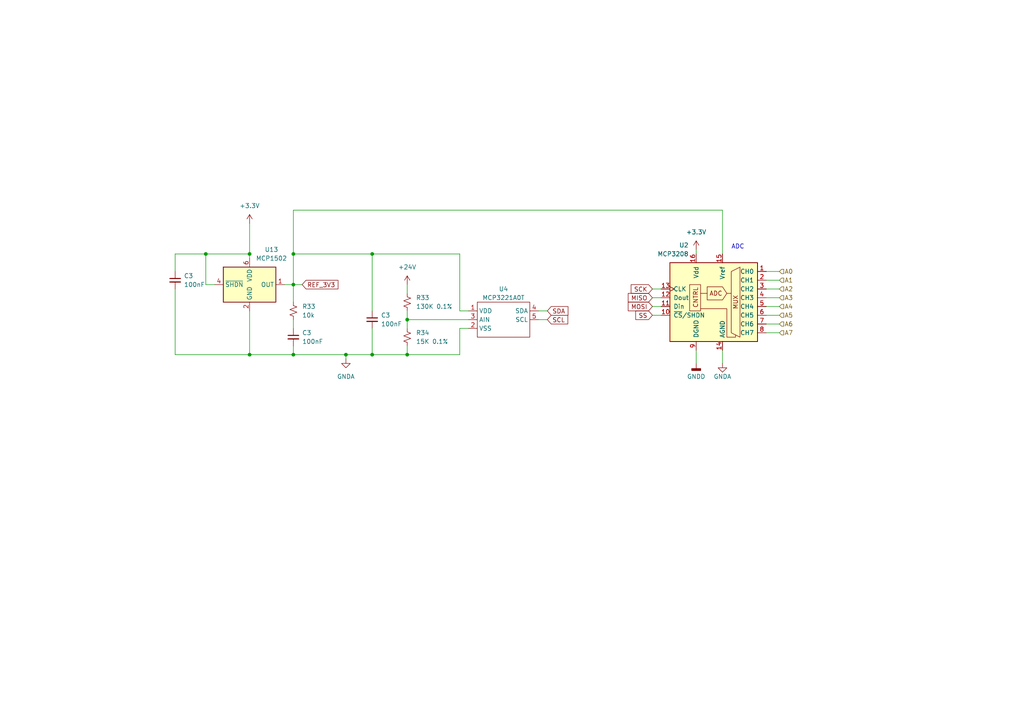
<source format=kicad_sch>
(kicad_sch (version 20230121) (generator eeschema)
  (paper "A4")
  (lib_symbols
    (symbol "Analog_ADC:MCP3208" (pin_names (offset 1.016))
      (property "Reference" "U" (at -5.08 13.335 0))
      (property "Value" "MCP3208" (at -5.08 11.43 0))
      (symbol "MCP3208_0_0"
        (text "ADC" (at -0.635 1.27 0) (effects (font (size 1.27 1.27))))
        (text "CNTRL" (at 5.969 -2.921 900) (effects (font (size 1.27 1.27)) (justify left bottom)))
        (text "MUX" (at -6.35 -1.27 900) (effects (font (size 1.27 1.27))))
      )
      (symbol "MCP3208_0_1"
        (polyline (pts (xy -3.81 1.27) (xy -5.08 1.27)))
        (polyline (pts (xy 1.905 1.27) (xy 3.81 1.27)))
        (polyline (pts (xy -7.62 8.89) (xy -7.62 -11.43) (xy -5.08 -10.16) (xy -5.08 7.62) (xy -7.62 8.89)))
        (polyline (pts (xy 3.81 -3.175) (xy -3.81 -3.175) (xy -3.81 -11.43) (xy -6.35 -11.43) (xy -6.35 -10.795)))
        (polyline (pts (xy 1.905 3.175) (xy 1.905 -0.635) (xy -2.54 -0.635) (xy -3.81 1.27) (xy -2.54 3.175) (xy 1.905 3.175)))
        (rectangle (start 3.81 -3.81) (end 6.985 3.81))
        (rectangle (start 12.7 -12.7) (end -12.7 10.16) (stroke (width 0.254)) (fill (type background)))
      )
      (symbol "MCP3208_1_1"
        (pin input line (at -15.24 7.62 0) (length 2.54) (name "CH0") (number "1"))
        (pin input line (at 15.24 -5.08 180) (length 2.54) (name "~{CS}/SHDN") (number "10"))
        (pin input line (at 15.24 -2.54 180) (length 2.54) (name "Din") (number "11"))
        (pin output line (at 15.24 0 180) (length 2.54) (name "Dout") (number "12"))
        (pin input clock (at 15.24 2.54 180) (length 2.54) (name "CLK") (number "13"))
        (pin power_in line (at -2.54 -15.24 90) (length 2.54) (name "AGND") (number "14"))
        (pin power_in line (at -2.54 12.7 270) (length 2.54) (name "Vref") (number "15"))
        (pin power_in line (at 5.08 12.7 270) (length 2.54) (name "Vdd") (number "16"))
        (pin input line (at -15.24 5.08 0) (length 2.54) (name "CH1") (number "2"))
        (pin input line (at -15.24 2.54 0) (length 2.54) (name "CH2") (number "3"))
        (pin input line (at -15.24 0 0) (length 2.54) (name "CH3") (number "4"))
        (pin input line (at -15.24 -2.54 0) (length 2.54) (name "CH4") (number "5"))
        (pin input line (at -15.24 -5.08 0) (length 2.54) (name "CH5") (number "6"))
        (pin input line (at -15.24 -7.62 0) (length 2.54) (name "CH6") (number "7"))
        (pin input line (at -15.24 -10.16 0) (length 2.54) (name "CH7") (number "8"))
        (pin power_in line (at 5.08 -15.24 90) (length 2.54) (name "DGND") (number "9"))
      )
    )
    (symbol "Device:C_Small" (pin_numbers hide) (pin_names (offset 0.254) hide)
      (property "Reference" "C" (at 0.254 1.778 0))
      (property "Value" "C_Small" (at 0.254 -2.032 0))
      (symbol "C_Small_0_1"
        (polyline (pts (xy -1.524 -0.508) (xy 1.524 -0.508)) (stroke (width 0.3302)))
        (polyline (pts (xy -1.524 0.508) (xy 1.524 0.508)) (stroke (width 0.3048)))
      )
      (symbol "C_Small_1_1"
        (pin passive line (at 0 2.54 270) (length 2.032) (name "~") (number "1"))
        (pin passive line (at 0 -2.54 90) (length 2.032) (name "~") (number "2"))
      )
    )
    (symbol "Device:R_Small_US" (pin_numbers hide) (pin_names (offset 0.254) hide)
      (property "Reference" "R" (at 0.762 0.508 0))
      (property "Value" "R_Small_US" (at 0.762 -1.016 0))
      (symbol "R_Small_US_1_1"
        (polyline (pts (xy 0 0) (xy 1.016 -0.381) (xy 0 -0.762) (xy -1.016 -1.143) (xy 0 -1.524)))
        (polyline (pts (xy 0 1.524) (xy 1.016 1.143) (xy 0 0.762) (xy -1.016 0.381) (xy 0 0)))
        (pin passive line (at 0 2.54 270) (length 1.016) (name "~") (number "1"))
        (pin passive line (at 0 -2.54 90) (length 1.016) (name "~") (number "2"))
      )
    )
    (symbol "Reference_Voltage:MCP1501-30xCH"
      (property "Reference" "U" (at -6.35 6.35 0))
      (property "Value" "MCP1501-30xCH" (at 10.16 6.35 0))
      (symbol "MCP1501-30xCH_0_0"
        (pin power_out line (at 10.16 0 180) (length 2.54) (name "OUT") (number "1"))
        (pin power_in line (at 0 -7.62 90) (length 2.54) (name "GND") (number "2"))
        (pin passive line (at 0 -7.62 90) (length 2.54) hide (name "GND") (number "3"))
        (pin input line (at -10.16 0 0) (length 2.54) (name "~{SHDN}") (number "4"))
        (pin passive line (at 0 -7.62 90) (length 2.54) hide (name "GND") (number "5"))
        (pin power_in line (at 0 7.62 270) (length 2.54) (name "VDD") (number "6"))
      )
      (symbol "MCP1501-30xCH_0_1"
        (rectangle (start -7.62 5.08) (end 7.62 -5.08) (stroke (width 0.254)) (fill (type background)))
      )
    )
    (symbol "gnarboard:MCP3X21"
      (property "Reference" "U" (at 0 0 0))
      (symbol "MCP3X21_0_1"
        (rectangle (start -7.62 -1.27) (end 7.62 -11.43))
      )
      (symbol "MCP3X21_1_1"
        (pin input line (at -10.16 -3.81 0) (length 2.54) (name "VDD") (number "1"))
        (pin input line (at -10.16 -8.89 0) (length 2.54) (name "VSS") (number "2"))
        (pin input line (at -10.16 -6.35 0) (length 2.54) (name "AIN") (number "3"))
        (pin input line (at 10.16 -3.81 180) (length 2.54) (name "SDA") (number "4"))
        (pin input line (at 10.16 -6.35 180) (length 2.54) (name "SCL") (number "5"))
      )
    )
    (symbol "power:+24V" (power) (pin_names (offset 0))
      (property "Value" "+24V" (at 0 3.556 0))
      (symbol "+24V_0_1"
        (polyline (pts (xy -0.762 1.27) (xy 0 2.54)))
        (polyline (pts (xy 0 0) (xy 0 2.54)))
        (polyline (pts (xy 0 2.54) (xy 0.762 1.27)))
      )
      (symbol "+24V_1_1"
        (pin power_in line (at 0 0 90) (length 0) hide (name "+24V") (number "1"))
      )
    )
    (symbol "power:+3.3V" (power) (pin_names (offset 0))
      (property "Value" "+3.3V" (at 0 3.556 0))
      (symbol "+3.3V_0_1"
        (polyline (pts (xy -0.762 1.27) (xy 0 2.54)))
        (polyline (pts (xy 0 0) (xy 0 2.54)))
        (polyline (pts (xy 0 2.54) (xy 0.762 1.27)))
      )
      (symbol "+3.3V_1_1"
        (pin power_in line (at 0 0 90) (length 0) hide (name "+3.3V") (number "1"))
      )
    )
    (symbol "power:GNDA" (power) (pin_names (offset 0))
      (property "Value" "GNDA" (at 0 -3.81 0))
      (symbol "GNDA_0_1"
        (polyline (pts (xy 0 0) (xy 0 -1.27) (xy 1.27 -1.27) (xy 0 -2.54) (xy -1.27 -1.27) (xy 0 -1.27)))
      )
      (symbol "GNDA_1_1"
        (pin power_in line (at 0 0 270) (length 0) hide (name "GNDA") (number "1"))
      )
    )
    (symbol "power:GNDD" (power) (pin_names (offset 0))
      (property "Value" "GNDD" (at 0 -3.175 0))
      (symbol "GNDD_0_1"
        (rectangle (start -1.27 -1.524) (end 1.27 -2.032) (stroke (width 0.254)) (fill (type outline)))
        (polyline (pts (xy 0 0) (xy 0 -1.524)))
      )
      (symbol "GNDD_1_1"
        (pin power_in line (at 0 0 270) (length 0) hide (name "GNDD") (number "1"))
      )
    )
  )
  (junction (at 85.09 82.55))
  (junction (at 100.33 102.87))
  (junction (at 118.11 92.71))
  (junction (at 107.95 73.66))
  (junction (at 118.11 102.87))
  (junction (at 85.09 73.66))
  (junction (at 107.95 102.87))
  (junction (at 72.39 102.87))
  (junction (at 72.39 73.66))
  (junction (at 85.09 102.87))
  (junction (at 59.69 73.66))
  (wire (pts (xy 118.11 82.55) (xy 118.11 85.09)))
  (wire (pts (xy 118.11 102.87) (xy 133.35 102.87)))
  (wire (pts (xy 50.8 73.66) (xy 50.8 78.74)))
  (wire (pts (xy 189.23 83.82) (xy 191.77 83.82)))
  (wire (pts (xy 222.25 88.9) (xy 226.06 88.9)))
  (wire (pts (xy 59.69 73.66) (xy 59.69 82.55)))
  (wire (pts (xy 133.35 73.66) (xy 133.35 90.17)))
  (wire (pts (xy 85.09 102.87) (xy 100.33 102.87)))
  (wire (pts (xy 118.11 92.71) (xy 135.89 92.71)))
  (wire (pts (xy 118.11 92.71) (xy 118.11 95.25)))
  (wire (pts (xy 85.09 92.71) (xy 85.09 95.25)))
  (wire (pts (xy 189.23 86.36) (xy 191.77 86.36)))
  (wire (pts (xy 189.23 88.9) (xy 191.77 88.9)))
  (wire (pts (xy 50.8 83.82) (xy 50.8 102.87)))
  (wire (pts (xy 72.39 90.17) (xy 72.39 102.87)))
  (wire (pts (xy 85.09 60.96) (xy 85.09 73.66)))
  (wire (pts (xy 50.8 102.87) (xy 72.39 102.87)))
  (wire (pts (xy 222.25 86.36) (xy 226.06 86.36)))
  (wire (pts (xy 72.39 73.66) (xy 59.69 73.66)))
  (wire (pts (xy 156.21 92.71) (xy 158.75 92.71)))
  (wire (pts (xy 72.39 102.87) (xy 85.09 102.87)))
  (wire (pts (xy 72.39 73.66) (xy 72.39 74.93)))
  (wire (pts (xy 133.35 95.25) (xy 133.35 102.87)))
  (wire (pts (xy 201.93 101.6) (xy 201.93 105.41)))
  (wire (pts (xy 118.11 90.17) (xy 118.11 92.71)))
  (wire (pts (xy 133.35 90.17) (xy 135.89 90.17)))
  (wire (pts (xy 222.25 91.44) (xy 226.06 91.44)))
  (wire (pts (xy 107.95 73.66) (xy 133.35 73.66)))
  (wire (pts (xy 222.25 93.98) (xy 226.06 93.98)))
  (wire (pts (xy 222.25 81.28) (xy 226.06 81.28)))
  (wire (pts (xy 85.09 82.55) (xy 87.63 82.55)))
  (wire (pts (xy 209.55 60.96) (xy 209.55 73.66)))
  (wire (pts (xy 82.55 82.55) (xy 85.09 82.55)))
  (wire (pts (xy 85.09 73.66) (xy 107.95 73.66)))
  (wire (pts (xy 133.35 95.25) (xy 135.89 95.25)))
  (wire (pts (xy 107.95 102.87) (xy 118.11 102.87)))
  (wire (pts (xy 72.39 64.77) (xy 72.39 73.66)))
  (wire (pts (xy 85.09 82.55) (xy 85.09 73.66)))
  (wire (pts (xy 100.33 102.87) (xy 100.33 104.14)))
  (wire (pts (xy 107.95 95.25) (xy 107.95 102.87)))
  (wire (pts (xy 222.25 78.74) (xy 226.06 78.74)))
  (wire (pts (xy 118.11 100.33) (xy 118.11 102.87)))
  (wire (pts (xy 100.33 102.87) (xy 107.95 102.87)))
  (wire (pts (xy 189.23 91.44) (xy 191.77 91.44)))
  (wire (pts (xy 201.93 72.39) (xy 201.93 73.66)))
  (wire (pts (xy 156.21 90.17) (xy 158.75 90.17)))
  (wire (pts (xy 85.09 100.33) (xy 85.09 102.87)))
  (wire (pts (xy 59.69 73.66) (xy 50.8 73.66)))
  (wire (pts (xy 107.95 73.66) (xy 107.95 90.17)))
  (wire (pts (xy 85.09 82.55) (xy 85.09 87.63)))
  (wire (pts (xy 62.23 82.55) (xy 59.69 82.55)))
  (wire (pts (xy 209.55 101.6) (xy 209.55 105.41)))
  (wire (pts (xy 222.25 83.82) (xy 226.06 83.82)))
  (wire (pts (xy 222.25 96.52) (xy 226.06 96.52)))
  (wire (pts (xy 209.55 60.96) (xy 85.09 60.96)))
  (text "ADC" (at 212.09 72.39 0) (effects (font (size 1.27 1.27)) (justify left bottom)))
  (global_label "REF_3V3" (shape input) (at 87.63 82.55 0) (property "Intersheetrefs" "${INTERSHEET_REFS}" (effects hide)))
  (global_label "SDA" (shape input) (at 158.75 90.17 0) (property "Intersheetrefs" "${INTERSHEET_REFS}" (effects hide)))
  (global_label "SCK" (shape input) (at 189.23 83.82 180) (property "Intersheetrefs" "${INTERSHEET_REFS}" (effects hide)))
  (global_label "MISO" (shape input) (at 189.23 86.36 180) (property "Intersheetrefs" "${INTERSHEET_REFS}" (effects hide)))
  (global_label "MOSI" (shape input) (at 189.23 88.9 180) (property "Intersheetrefs" "${INTERSHEET_REFS}" (effects hide)))
  (global_label "SS" (shape input) (at 189.23 91.44 180) (property "Intersheetrefs" "${INTERSHEET_REFS}" (effects hide)))
  (global_label "SCL" (shape input) (at 158.75 92.71 0) (property "Intersheetrefs" "${INTERSHEET_REFS}" (effects hide)))
  (hierarchical_label "A6" (shape input) (at 226.06 93.98 0))
  (hierarchical_label "A5" (shape input) (at 226.06 91.44 0))
  (hierarchical_label "A2" (shape input) (at 226.06 83.82 0))
  (hierarchical_label "A3" (shape input) (at 226.06 86.36 0))
  (hierarchical_label "A7" (shape input) (at 226.06 96.52 0))
  (hierarchical_label "A0" (shape input) (at 226.06 78.74 0))
  (hierarchical_label "A4" (shape input) (at 226.06 88.9 0))
  (hierarchical_label "A1" (shape input) (at 226.06 81.28 0))
  (symbol (lib_id "Analog_ADC:MCP3208") (at 207.01 86.36 0) (mirror y) (unit 1)
    (property "Reference" "U2" (at 199.7359 71.12 0) (effects (justify left)))
    (property "Value" "MCP3208" (at 199.7359 73.66 0) (effects (justify left)))
    (property "Footprint" "Package_SO:SOIC-16_3.9x9.9mm_P1.27mm" (effects hide))
    (property "Datasheet" "http://ww1.microchip.com/downloads/en/DeviceDoc/21298c.pdf" (effects hide))
    (property "Vendor" "MCP3208T-BI/SL" (effects hide))
  )
  (symbol (lib_id "power:GNDA") (at 209.55 105.41 0) (unit 1)
    (property "Reference" "#PWR07" (effects hide))
    (property "Value" "GNDA" (at 209.55 109.22 0))
  )
  (symbol (lib_id "power:GNDA") (at 100.33 104.14 0) (unit 1)
    (property "Reference" "#PWR055" (effects hide))
    (property "Value" "GNDA" (at 100.33 109.22 0))
    (instances (project "8ch-mosfet" (path "" (reference "#PWR055") (unit 1)) (path "" (reference "#PWR070") (unit 1))))
  )
  (symbol (lib_id "power:+3.3V") (at 72.39 64.77 0) (unit 1)
    (property "Reference" "#PWR02" (effects hide))
    (property "Value" "+3.3V" (at 72.39 59.69 0))
    (instances (project "8ch-mosfet" (path "" (reference "#PWR02") (unit 1)) (path "" (reference "#PWR069") (unit 1))))
  )
  (symbol (lib_id "Device:R_Small_US") (at 118.11 87.63 180) (unit 1)
    (property "Reference" "R33" (at 120.65 86.36 0) (effects (justify right)))
    (property "Value" "130K 0.1%" (at 120.65 88.9 0) (effects (justify right)))
    (property "Footprint" "Resistor_SMD:R_0805_2012Metric_Pad1.20x1.40mm_HandSolder" (effects hide))
    (instances (project "8ch-mosfet" (path "" (reference "R33") (unit 1)) (path "" (reference "R4") (unit 1)) (path "" (reference "R8") (unit 1)) (path "" (reference "R12") (unit 1)) (path "" (reference "R16") (unit 1)) (path "" (reference "R20") (unit 1)) (path "" (reference "R24") (unit 1)) (path "" (reference "R28") (unit 1)) (path "" (reference "R32") (unit 1)) (path "" (reference "R33") (unit 1))))
  )
  (symbol (lib_id "Device:R_Small_US") (at 85.09 90.17 180) (unit 1)
    (property "Reference" "R33" (at 87.63 88.9 0) (effects (justify right)))
    (property "Value" "10k" (at 87.63 91.44 0) (effects (justify right)))
    (property "Footprint" "Resistor_SMD:R_0805_2012Metric_Pad1.20x1.40mm_HandSolder" (effects hide))
    (property "Vendor" "652-CR0805JW-104ELF" (effects hide))
    (instances (project "8ch-mosfet" (path "" (reference "R33") (unit 1)) (path "" (reference "R4") (unit 1)) (path "" (reference "R8") (unit 1)) (path "" (reference "R12") (unit 1)) (path "" (reference "R16") (unit 1)) (path "" (reference "R20") (unit 1)) (path "" (reference "R24") (unit 1)) (path "" (reference "R28") (unit 1)) (path "" (reference "R32") (unit 1)) (path "" (reference "R41") (unit 1))))
  )
  (symbol (lib_id "power:+3.3V") (at 201.93 72.39 0) (unit 1)
    (property "Reference" "#PWR02" (effects hide))
    (property "Value" "+3.3V" (at 201.93 67.31 0))
    (instances (project "8ch-mosfet" (path "" (reference "#PWR02") (unit 1)) (path "" (reference "#PWR057") (unit 1))))
  )
  (symbol (lib_id "power:GNDD") (at 201.93 105.41 0) (unit 1)
    (property "Reference" "#PWR06" (effects hide))
    (property "Value" "GNDD" (at 201.93 109.22 0))
  )
  (symbol (lib_id "Reference_Voltage:MCP1501-30xCH") (at 72.39 82.55 0) (unit 1)
    (property "Reference" "U13" (at 78.74 72.39 0))
    (property "Value" "MCP1502" (at 78.74 74.93 0))
    (property "Footprint" "Package_TO_SOT_SMD:SOT-23-6" (effects hide))
    (property "Datasheet" "http://ww1.microchip.com/downloads/en/DeviceDoc/20005474E.pdf" (effects hide))
  )
  (symbol (lib_id "power:+24V") (at 118.11 82.55 0) (unit 1)
    (property "Reference" "#PWR010" (effects hide))
    (property "Value" "+24V" (at 118.11 77.47 0))
  )
  (symbol (lib_id "Device:C_Small") (at 85.09 97.79 0) (unit 1)
    (property "Reference" "C3" (at 87.63 96.5263 0) (effects (justify left)))
    (property "Value" "100nF" (at 87.63 99.0663 0) (effects (justify left)))
    (property "Footprint" "Capacitor_SMD:C_0805_2012Metric_Pad1.18x1.45mm_HandSolder" (effects hide))
    (property "Vendor" "C0805C102J1HACTU" (effects hide))
    (instances (project "8ch-mosfet" (path "" (reference "C3") (unit 1)) (path "" (reference "C3") (unit 1)) (path "" (reference "C6") (unit 1)) (path "" (reference "C9") (unit 1)) (path "" (reference "C12") (unit 1)) (path "" (reference "C15") (unit 1)) (path "" (reference "C18") (unit 1)) (path "" (reference "C21") (unit 1)) (path "" (reference "C24") (unit 1)) (path "" (reference "C30") (unit 1))))
  )
  (symbol (lib_id "Device:C_Small") (at 107.95 92.71 0) (unit 1)
    (property "Reference" "C3" (at 110.49 91.4463 0) (effects (justify left)))
    (property "Value" "100nF" (at 110.49 93.9863 0) (effects (justify left)))
    (property "Footprint" "Capacitor_SMD:C_0805_2012Metric_Pad1.18x1.45mm_HandSolder" (effects hide))
    (property "Vendor" "C0805C102J1HACTU" (effects hide))
    (instances (project "8ch-mosfet" (path "" (reference "C3") (unit 1)) (path "" (reference "C3") (unit 1)) (path "" (reference "C6") (unit 1)) (path "" (reference "C9") (unit 1)) (path "" (reference "C12") (unit 1)) (path "" (reference "C15") (unit 1)) (path "" (reference "C18") (unit 1)) (path "" (reference "C21") (unit 1)) (path "" (reference "C24") (unit 1)) (path "" (reference "C28") (unit 1))))
  )
  (symbol (lib_id "Device:R_Small_US") (at 118.11 97.79 180) (unit 1)
    (property "Reference" "R34" (at 120.65 96.52 0) (effects (justify right)))
    (property "Value" "15K 0.1%" (at 120.65 99.06 0) (effects (justify right)))
    (property "Footprint" "Resistor_SMD:R_0805_2012Metric_Pad1.20x1.40mm_HandSolder" (effects hide))
    (instances (project "8ch-mosfet" (path "" (reference "R34") (unit 1)) (path "" (reference "R4") (unit 1)) (path "" (reference "R8") (unit 1)) (path "" (reference "R12") (unit 1)) (path "" (reference "R16") (unit 1)) (path "" (reference "R20") (unit 1)) (path "" (reference "R24") (unit 1)) (path "" (reference "R28") (unit 1)) (path "" (reference "R32") (unit 1)) (path "" (reference "R34") (unit 1))))
  )
  (symbol (lib_id "gnarboard:MCP3X21") (at 146.05 86.36 0) (unit 1)
    (property "Reference" "U4" (at 146.05 83.82 0))
    (property "Value" "MCP3221A0T" (at 146.05 86.36 0))
    (property "Footprint" "Package_TO_SOT_SMD:SOT-23-5" (effects hide))
  )
  (symbol (lib_id "Device:C_Small") (at 50.8 81.28 0) (unit 1)
    (property "Reference" "C3" (at 53.34 80.0163 0) (effects (justify left)))
    (property "Value" "100nF" (at 53.34 82.5563 0) (effects (justify left)))
    (property "Footprint" "Capacitor_SMD:C_0805_2012Metric_Pad1.18x1.45mm_HandSolder" (effects hide))
    (property "Vendor" "C0805C102J1HACTU" (effects hide))
    (instances (project "8ch-mosfet" (path "" (reference "C3") (unit 1)) (path "" (reference "C3") (unit 1)) (path "" (reference "C6") (unit 1)) (path "" (reference "C9") (unit 1)) (path "" (reference "C12") (unit 1)) (path "" (reference "C15") (unit 1)) (path "" (reference "C18") (unit 1)) (path "" (reference "C21") (unit 1)) (path "" (reference "C24") (unit 1)) (path "" (reference "C29") (unit 1))))
  )
)
</source>
